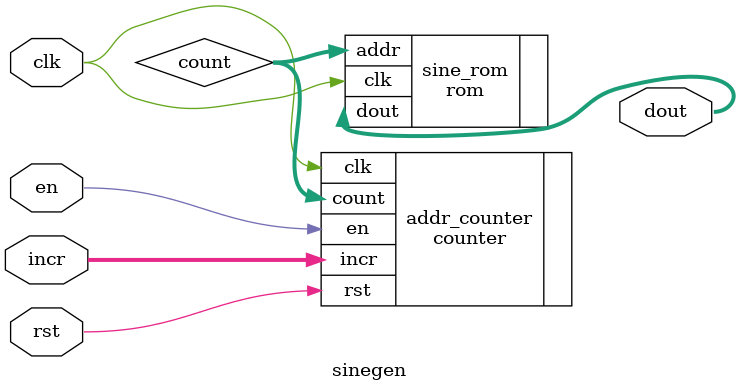
<source format=sv>
module sinegen #(
	parameter ADDR_WIDTH = 8,
	parameter DATA_WIDTH = 8
)(
	input logic clk,
	input logic rst,
	input logic en,
	input logic [ADDR_WIDTH-1:0] incr,
	output logic [DATA_WIDTH-1:0] dout
);

logic [ADDR_WIDTH-1:0] count;

counter addr_counter (
	.clk (clk),
	.rst (rst),
	.en (en),
	.incr (incr),
	.count (count)
);

rom sine_rom (
	.clk (clk),
	.addr (count),
	.dout (dout)
);

endmodule

</source>
